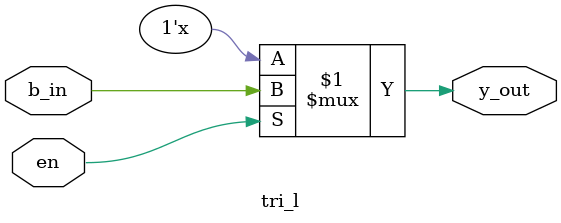
<source format=v>
module tri_logic(a, control, out);
input a, control;
output out;

tri_l tl /*(out,a,control);*/(.y_out(out), .b_in(a), .en(control));

//assign out = control ? a : 1'bZ;

endmodule
//******does not simulate when both are module structrues are combined to a single mobule.recursive intantiation error*******
/*always @ (control)
begin
if (control == 1)
out = a;
else
out = 1'bZ;*/
module tri_l(b_in,en,y_out);
input b_in, en;
output y_out;
assign y_out = en ? b_in : 1'bZ;
 endmodule
</source>
